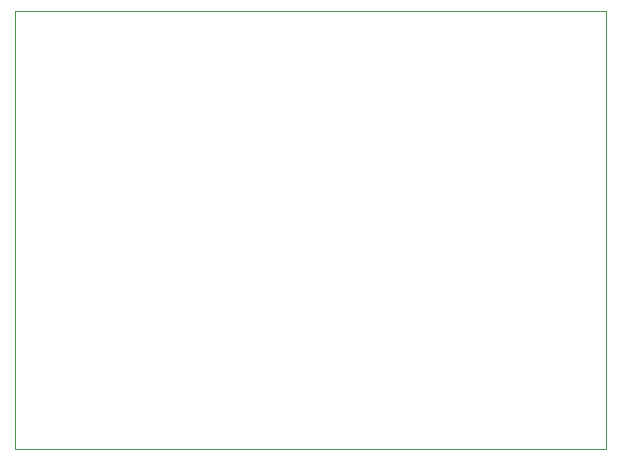
<source format=gbr>
G04 #@! TF.GenerationSoftware,KiCad,Pcbnew,(5.1.0)-1*
G04 #@! TF.CreationDate,2020-09-16T11:17:04+02:00*
G04 #@! TF.ProjectId,Nand Lite,4e616e64-204c-4697-9465-2e6b69636164,rev?*
G04 #@! TF.SameCoordinates,Original*
G04 #@! TF.FileFunction,Profile,NP*
%FSLAX46Y46*%
G04 Gerber Fmt 4.6, Leading zero omitted, Abs format (unit mm)*
G04 Created by KiCad (PCBNEW (5.1.0)-1) date 2020-09-16 11:17:04*
%MOMM*%
%LPD*%
G04 APERTURE LIST*
%ADD10C,0.100000*%
G04 APERTURE END LIST*
D10*
X65552420Y-46476920D02*
X65552420Y-83581240D01*
X15552420Y-83581240D02*
X65552420Y-83581240D01*
X15552420Y-46476920D02*
X15552420Y-83581240D01*
X15552420Y-46476920D02*
X65552420Y-46476920D01*
M02*

</source>
